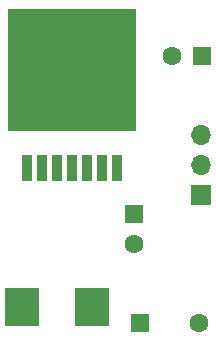
<source format=gbr>
%TF.GenerationSoftware,KiCad,Pcbnew,8.0.1-rc1*%
%TF.CreationDate,2024-10-01T19:15:30-07:00*%
%TF.ProjectId,LM2670SX-Carrier-SMD-inductor,4c4d3236-3730-4535-982d-436172726965,rev?*%
%TF.SameCoordinates,Original*%
%TF.FileFunction,Soldermask,Top*%
%TF.FilePolarity,Negative*%
%FSLAX46Y46*%
G04 Gerber Fmt 4.6, Leading zero omitted, Abs format (unit mm)*
G04 Created by KiCad (PCBNEW 8.0.1-rc1) date 2024-10-01 19:15:30*
%MOMM*%
%LPD*%
G01*
G04 APERTURE LIST*
%ADD10R,2.850000X3.300000*%
%ADD11R,1.700000X1.700000*%
%ADD12O,1.700000X1.700000*%
%ADD13R,1.600000X1.600000*%
%ADD14C,1.600000*%
%ADD15R,0.910000X2.160000*%
%ADD16R,10.800000X10.410000*%
G04 APERTURE END LIST*
D10*
%TO.C,L2*%
X173586822Y-110983767D03*
X179536822Y-110983767D03*
%TD*%
D11*
%TO.C,J1*%
X188747700Y-101470200D03*
D12*
X188747700Y-98930200D03*
X188747700Y-96390200D03*
%TD*%
D13*
%TO.C,C2*%
X183049019Y-103113785D03*
D14*
X183049019Y-105613785D03*
%TD*%
D13*
%TO.C,C1*%
X188788945Y-89705684D03*
D14*
X186288945Y-89705684D03*
%TD*%
D13*
%TO.C,C5*%
X183607426Y-112364040D03*
D14*
X188607426Y-112364040D03*
%TD*%
D15*
%TO.C,IC1*%
X173990000Y-99210000D03*
X175260000Y-99210000D03*
X176530000Y-99210000D03*
X177800000Y-99210000D03*
X179070000Y-99210000D03*
X180340000Y-99210000D03*
X181610000Y-99210000D03*
D16*
X177800000Y-90890000D03*
%TD*%
M02*

</source>
